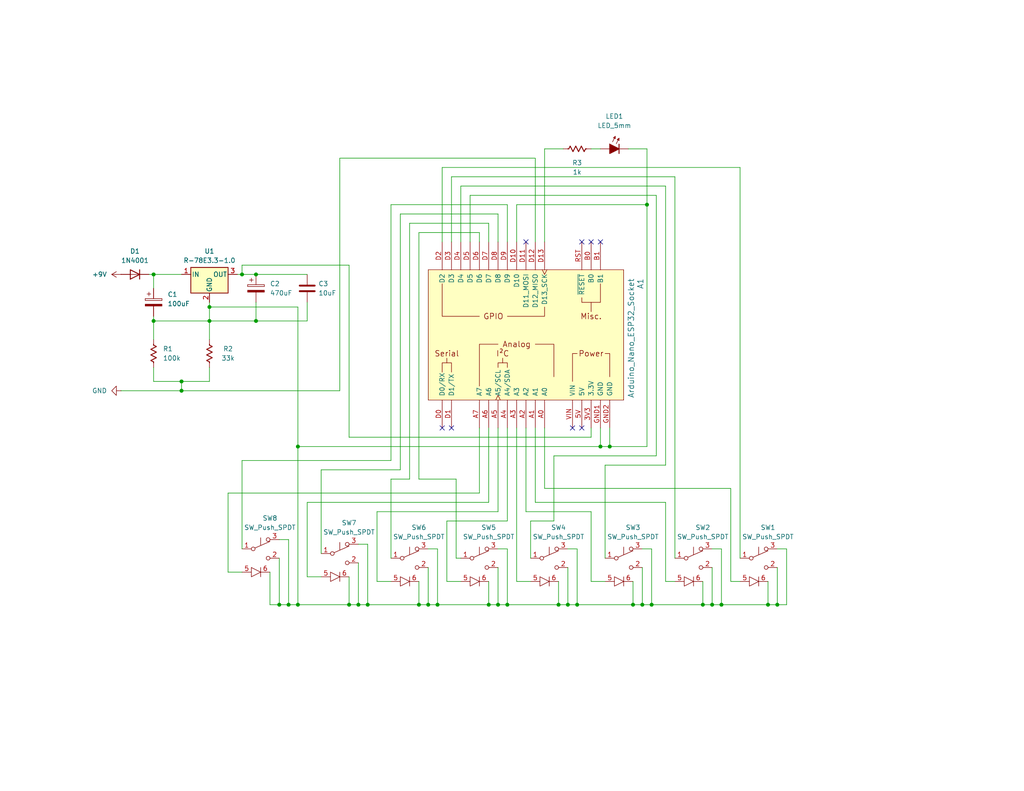
<source format=kicad_sch>
(kicad_sch (version 20231120) (generator "eeschema") (generator_version "8.0")
  (paper "USLetter")
  (title_block (title "Packet Commander (PATCOM)") (date "2025-07-23") (rev "Version 3.0") (company "Designed by Tyler Reckart"))
  (lib_symbols
    (symbol "Diode:1N4001" (pin_numbers hide) (pin_names hide)
      (property "Reference" "D" (at 0 2.54 0))
      (property "Value" "1N4001" (at 0 -2.54 0))
      (symbol "1N4001_0_1"
        (polyline (pts (xy -1.27 1.27) (xy -1.27 -1.27)) (stroke (width 0.254)))
        (polyline (pts (xy 1.27 0) (xy -1.27 0)))
        (polyline (pts (xy 1.27 1.27) (xy 1.27 -1.27) (xy -1.27 0) (xy 1.27 1.27)) (stroke (width 0.254)))
      )
      (symbol "1N4001_1_1"
        (pin passive line (at -3.81 0 0) (length 2.54) (name "K") (number "1"))
        (pin passive line (at 3.81 0 180) (length 2.54) (name "A") (number "2"))
      )
    )
    (symbol "PB_86_A1:SW_Push_SPDT" (pin_names (offset 0) hide)
      (property "Reference" "SW1" (at 0 7.62 0))
      (property "Value" "SW_Push_SPDT" (at 0 5.08 0))
      (symbol "SW_Push_SPDT_0_0"
        (circle (center -2.032 0) (radius 0.508))
        (polyline (pts (xy 0 1.016) (xy 0 3.048)))
        (circle (center 2.032 -2.54) (radius 0.508))
      )
      (symbol "SW_Push_SPDT_0_1"
        (polyline (pts (xy -1.524 0.254) (xy 2.54 2.032)))
        (polyline (pts (xy 0 -5.08) (xy 0 -7.62)))
        (polyline (pts (xy -2.54 -5.08) (xy -2.54 -7.62) (xy 0 -6.35) (xy -2.54 -5.08)))
        (circle (center 2.032 2.54) (radius 0.508))
      )
      (symbol "SW_Push_SPDT_1_1"
        (pin passive line (at -5.08 0 0) (length 2.54) (name "B") (number "1"))
        (pin passive line (at 5.08 -2.54 180) (length 2.54) (name "C") (number "2"))
        (pin passive line (at 5.08 2.54 180) (length 2.54) (name "A") (number "3"))
        (pin passive line (at -5.08 -6.35 0) (length 2.54) (name "LED+") (number "5"))
        (pin passive line (at 2.54 -6.35 180) (length 2.54) (name "LED-") (number "6"))
      )
    )
    (symbol "PCM_Capacitor_AKL:CP_Radial_D10.0mm_P5.00mm" (pin_numbers hide) (pin_names (offset 0.254))
      (property "Reference" "C" (at 0.635 2.54 0))
      (property "Value" "CP_Radial_D10.0mm_P5.00mm" (at 0.635 -2.54 0))
      (symbol "CP_Radial_D10.0mm_P5.00mm_0_1"
        (rectangle (start -2.286 1.016) (end 2.286 0.508))
        (polyline (pts (xy -1.778 2.286) (xy -0.762 2.286)))
        (polyline (pts (xy -1.27 2.794) (xy -1.27 1.778)))
        (rectangle (start 2.286 -0.508) (end -2.286 -1.016) (fill (type outline)))
      )
      (symbol "CP_Radial_D10.0mm_P5.00mm_0_2"
        (polyline (pts (xy -2.54 -2.54) (xy -0.6604 -0.6604)))
        (polyline (pts (xy 0 2.032) (xy 1.016 2.032)))
        (polyline (pts (xy 0.508 2.54) (xy 0.508 1.524)))
        (polyline (pts (xy 0.6604 0.6604) (xy 2.54 2.54)))
        (polyline (pts (xy -1.8796 0.6096) (xy 0.6096 -1.8796) (xy 0.9652 -1.524) (xy -1.524 0.9652) (xy -1.8796 0.6096)) (fill (type outline)))
        (polyline (pts (xy -0.9652 1.524) (xy 1.524 -0.9652) (xy 1.8796 -0.6096) (xy -0.6096 1.8796) (xy -0.9652 1.524)))
      )
      (symbol "CP_Radial_D10.0mm_P5.00mm_1_1"
        (pin passive line (at 0 3.81 270) (length 2.794) (name "~") (number "1"))
        (pin passive line (at 0 -3.81 90) (length 2.794) (name "~") (number "2"))
      )
      (symbol "CP_Radial_D10.0mm_P5.00mm_1_2"
        (pin passive line (at 2.54 2.54 270) (length 0) (name "~") (number "1"))
        (pin passive line (at -2.54 -2.54 90) (length 0) (name "~") (number "2"))
      )
    )
    (symbol "PCM_Capacitor_AKL:CP_Radial_D5.0mm_P2.00mm" (pin_numbers hide) (pin_names (offset 0.254))
      (property "Reference" "C" (at 0.635 2.54 0))
      (property "Value" "CP_Radial_D5.0mm_P2.00mm" (at 0.635 -2.54 0))
      (symbol "CP_Radial_D5.0mm_P2.00mm_0_1"
        (rectangle (start -2.286 1.016) (end 2.286 0.508))
        (polyline (pts (xy -1.778 2.286) (xy -0.762 2.286)))
        (polyline (pts (xy -1.27 2.794) (xy -1.27 1.778)))
        (rectangle (start 2.286 -0.508) (end -2.286 -1.016) (fill (type outline)))
      )
      (symbol "CP_Radial_D5.0mm_P2.00mm_0_2"
        (polyline (pts (xy -2.54 -2.54) (xy -0.6604 -0.6604)))
        (polyline (pts (xy 0 2.032) (xy 1.016 2.032)))
        (polyline (pts (xy 0.508 2.54) (xy 0.508 1.524)))
        (polyline (pts (xy 0.6604 0.6604) (xy 2.54 2.54)))
        (polyline (pts (xy -1.8796 0.6096) (xy 0.6096 -1.8796) (xy 0.9652 -1.524) (xy -1.524 0.9652) (xy -1.8796 0.6096)) (fill (type outline)))
        (polyline (pts (xy -0.9652 1.524) (xy 1.524 -0.9652) (xy 1.8796 -0.6096) (xy -0.6096 1.8796) (xy -0.9652 1.524)))
      )
      (symbol "CP_Radial_D5.0mm_P2.00mm_1_1"
        (pin passive line (at 0 3.81 270) (length 2.794) (name "~") (number "1"))
        (pin passive line (at 0 -3.81 90) (length 2.794) (name "~") (number "2"))
      )
      (symbol "CP_Radial_D5.0mm_P2.00mm_1_2"
        (pin passive line (at 2.54 2.54 270) (length 0) (name "~") (number "1"))
        (pin passive line (at -2.54 -2.54 90) (length 0) (name "~") (number "2"))
      )
    )
    (symbol "PCM_Capacitor_US_AKL:C_Disc_D5.0mm_W2.5mm_P5.00mm" (pin_numbers hide) (pin_names (offset 0.254))
      (property "Reference" "C" (at 0.635 2.54 0))
      (property "Value" "C_Disc_D5.0mm_W2.5mm_P5.00mm" (at 0.635 -2.54 0))
      (symbol "C_Disc_D5.0mm_W2.5mm_P5.00mm_0_1"
        (polyline (pts (xy -2.032 -0.762) (xy 2.032 -0.762)) (stroke (width 0.508)))
        (polyline (pts (xy -2.032 0.762) (xy 2.032 0.762)) (stroke (width 0.508)))
      )
      (symbol "C_Disc_D5.0mm_W2.5mm_P5.00mm_0_2"
        (polyline (pts (xy -2.54 -2.54) (xy -0.381 -0.381)))
        (polyline (pts (xy -0.508 -0.508) (xy -1.651 0.635)) (stroke (width 0.508)))
        (polyline (pts (xy -0.508 -0.508) (xy 0.635 -1.651)) (stroke (width 0.508)))
        (polyline (pts (xy 0.381 0.381) (xy 2.54 2.54)))
        (polyline (pts (xy 0.508 0.508) (xy -0.635 1.651)) (stroke (width 0.508)))
        (polyline (pts (xy 0.508 0.508) (xy 1.651 -0.635)) (stroke (width 0.508)))
      )
      (symbol "C_Disc_D5.0mm_W2.5mm_P5.00mm_1_1"
        (pin passive line (at 0 3.81 270) (length 2.794) (name "~") (number "1"))
        (pin passive line (at 0 -3.81 90) (length 2.794) (name "~") (number "2"))
      )
      (symbol "C_Disc_D5.0mm_W2.5mm_P5.00mm_1_2"
        (pin passive line (at 2.54 2.54 270) (length 0) (name "~") (number "1"))
        (pin passive line (at -2.54 -2.54 90) (length 0) (name "~") (number "2"))
      )
    )
    (symbol "PCM_LED_AKL:LED_5mm" (pin_numbers hide) (pin_names (offset 1.016) hide)
      (property "Reference" "LED" (at 0 7.62 0))
      (property "Value" "LED_5mm" (at 0 5.08 0))
      (symbol "LED_5mm_0_1"
        (polyline (pts (xy -0.508 1.905) (xy 0.254 3.429)) (stroke (width 0.1524)))
        (polyline (pts (xy 0 2.921) (xy -0.254 3.048)) (stroke (width 0.1524)))
        (polyline (pts (xy 0 2.921) (xy 0.254 2.794)) (stroke (width 0.1524)))
        (polyline (pts (xy 0.508 1.397) (xy 1.27 2.921)) (stroke (width 0.1524)))
        (polyline (pts (xy 1.016 2.413) (xy 0.762 2.54)) (stroke (width 0.1524)))
        (polyline (pts (xy 1.016 2.413) (xy 1.27 2.286)) (stroke (width 0.1524)))
        (polyline (pts (xy 1.27 0) (xy -1.27 0)))
        (polyline (pts (xy 1.27 1.27) (xy 1.27 -1.27)) (stroke (width 0.254)))
        (polyline (pts (xy -1.27 1.27) (xy -1.27 -1.27) (xy 1.27 0) (xy -1.27 1.27)) (stroke (width 0.254)) (fill (type outline)))
        (polyline (pts (xy 0.254 2.794) (xy -0.254 3.048) (xy 0.254 3.429) (xy 0.254 2.794)) (stroke (width 0.1524)) (fill (type outline)))
        (polyline (pts (xy 1.27 2.286) (xy 0.762 2.54) (xy 1.27 2.921) (xy 1.27 2.286)) (stroke (width 0.1524)) (fill (type outline)))
      )
      (symbol "LED_5mm_0_2"
        (polyline (pts (xy -2.54 -2.54) (xy 2.54 2.54)))
        (polyline (pts (xy -1.651 0.889) (xy -2.159 2.413)))
        (polyline (pts (xy -0.508 1.27) (xy -1.016 2.794)))
        (polyline (pts (xy 0 1.778) (xy 1.778 0)) (stroke (width 0.254)))
        (polyline (pts (xy -2.159 2.413) (xy -2.286 1.778) (xy -1.6764 1.9812) (xy -2.159 2.413)) (fill (type outline)))
        (polyline (pts (xy -1.016 2.794) (xy -1.143 2.159) (xy -0.5334 2.3622) (xy -1.016 2.794)) (fill (type outline)))
        (polyline (pts (xy -0.889 -0.889) (xy -1.778 0) (xy 0.889 0.889) (xy 0 -1.778) (xy -0.889 -0.889)) (stroke (width 0.254)) (fill (type outline)))
      )
      (symbol "LED_5mm_1_1"
        (pin passive line (at 3.81 0 180) (length 2.54) (name "K") (number "1"))
        (pin passive line (at -3.81 0 0) (length 2.54) (name "A") (number "2"))
      )
      (symbol "LED_5mm_1_2"
        (pin passive line (at 2.54 2.54 180) (length 0) (name "K") (number "1"))
        (pin passive line (at -2.54 -2.54 0) (length 0) (name "A") (number "2"))
      )
    )
    (symbol "PCM_Resistor_US_AKL:R_DIN0207_P10.16mm" (pin_numbers hide) (pin_names (offset 0))
      (property "Reference" "R" (at 2.54 1.27 0))
      (property "Value" "R_DIN0207_P10.16mm" (at 2.54 -1.27 0))
      (symbol "R_DIN0207_P10.16mm_0_1"
        (polyline (pts (xy 0 -2.286) (xy 0 -2.54)) (stroke (width 0.254)))
        (polyline (pts (xy 0 2.286) (xy 0 2.54)) (stroke (width 0.254)))
        (polyline (pts (xy 0 2.286) (xy 0.762 1.905) (xy -0.762 1.143) (xy 0 0.762) (xy 0.762 0.381) (xy 0 0) (xy -0.762 -0.381) (xy 0 -0.762) (xy 0.762 -1.143) (xy 0 -1.524) (xy -0.762 -1.905) (xy 0 -2.286)) (stroke (width 0.254)))
      )
      (symbol "R_DIN0207_P10.16mm_0_2"
        (polyline (pts (xy -2.54 -2.54) (xy -1.778 -1.778)))
        (polyline (pts (xy -1.778 -1.778) (xy -1.524 -1.524)) (stroke (width 0.254)))
        (polyline (pts (xy 1.778 1.778) (xy 1.524 1.524)) (stroke (width 0.254)))
        (polyline (pts (xy 1.778 1.778) (xy 2.54 2.54)))
        (polyline (pts (xy -1.524 -1.524) (xy -1.778 -0.762) (xy -1.016 -1.016)) (stroke (width 0.254)))
        (polyline (pts (xy -0.508 -0.508) (xy -0.762 0.254) (xy 0 0)) (stroke (width 0.254)))
        (polyline (pts (xy -0.508 -0.508) (xy -0.254 -1.27) (xy -1.016 -1.016)) (stroke (width 0.254)))
        (polyline (pts (xy 0.508 0.508) (xy 0.254 1.27) (xy 1.016 1.016)) (stroke (width 0.254)))
        (polyline (pts (xy 0.508 0.508) (xy 0.762 -0.254) (xy 0 0)) (stroke (width 0.254)))
        (polyline (pts (xy 1.524 1.524) (xy 1.778 0.762) (xy 1.016 1.016)) (stroke (width 0.254)))
      )
      (symbol "R_DIN0207_P10.16mm_1_1"
        (pin passive line (at 0 3.81 270) (length 1.27) (name "~") (number "1"))
        (pin passive line (at 0 -3.81 90) (length 1.27) (name "~") (number "2"))
      )
      (symbol "R_DIN0207_P10.16mm_1_2"
        (pin passive line (at 2.54 2.54 180) (length 0) (name "") (number "1"))
        (pin passive line (at -2.54 -2.54 0) (length 0) (name "") (number "2"))
      )
    )
    (symbol "PCM_arduino-library:Arduino_Nano_ESP32_Socket" (pin_names (offset 1.016))
      (property "Reference" "A" (at 0 33.02 0))
      (property "Value" "Arduino_Nano_ESP32_Socket" (at 0 29.21 0))
      (symbol "Arduino_Nano_ESP32_Socket_0_0"
        (rectangle (start -17.78 26.67) (end 17.78 -26.67) (fill (type background)))
        (polyline (pts (xy -7.62 6.35) (xy -6.35 6.35)))
        (polyline (pts (xy -7.62 21.59) (xy -6.35 21.59)))
        (polyline (pts (xy 8.89 -17.78) (xy 6.35 -17.78)))
        (polyline (pts (xy -11.43 -22.86) (xy -5.08 -22.86) (xy -5.08 -21.59)))
        (polyline (pts (xy -5.08 -13.97) (xy -5.08 -12.7) (xy -12.7 -12.7)))
        (polyline (pts (xy -10.16 22.86) (xy -7.62 22.86) (xy -7.62 20.32) (xy -10.16 20.32)))
        (polyline (pts (xy -8.89 7.62) (xy -7.62 7.62) (xy -7.62 5.08) (xy -8.89 5.08)))
        (text "Analog" (at -2.54 2.54 900) (effects (font (size 1.524 1.524))))
        (text "I²C" (at -5.08 6.35 900) (effects (font (size 1.524 1.524))))
        (text "Misc." (at 5.08 -17.78 900) (effects (font (size 1.524 1.524))))
        (text "Power" (at -5.08 -17.78 900) (effects (font (size 1.524 1.524))))
        (text "Serial" (at -5.08 21.59 900) (effects (font (size 1.524 1.524))))
      )
      (symbol "Arduino_Nano_ESP32_Socket_0_1"
        (polyline (pts (xy -13.97 12.7) (xy -2.54 12.7) (xy -2.54 7.62)))
        (polyline (pts (xy -11.43 -7.62) (xy -2.54 -7.62) (xy -2.54 -2.54)))
        (polyline (pts (xy 7.62 -5.08) (xy 5.08 -5.08) (xy 5.08 5.08)))
        (polyline (pts (xy 13.97 22.86) (xy 5.08 22.86) (xy 5.08 12.7)))
        (polyline (pts (xy 10.16 -15.24) (xy 8.89 -15.24) (xy 8.89 -20.32) (xy 13.97 -20.32)))
      )
      (symbol "Arduino_Nano_ESP32_Socket_1_0"
        (text "GPIO" (at 5.08 8.89 900) (effects (font (size 1.524 1.524))))
      )
      (symbol "Arduino_Nano_ESP32_Socket_1_1"
        (pin power_out line (at -25.4 -17.78 0) (length 7.62) (name "3.3V") (number "3V3"))
        (pin power_in line (at -25.4 -15.24 0) (length 7.62) (name "5V") (number "5V"))
        (pin bidirectional line (at -25.4 -5.08 0) (length 7.62) (name "A0") (number "A0"))
        (pin bidirectional line (at -25.4 -2.54 0) (length 7.62) (name "A1") (number "A1"))
        (pin bidirectional line (at -25.4 0 0) (length 7.62) (name "A2") (number "A2"))
        (pin bidirectional line (at -25.4 2.54 0) (length 7.62) (name "A3") (number "A3"))
        (pin bidirectional line (at -25.4 5.08 0) (length 7.62) (name "A4/SDA") (number "A4"))
        (pin bidirectional clock (at -25.4 7.62 0) (length 7.62) (name "A5/SCL") (number "A5"))
        (pin input line (at -25.4 10.16 0) (length 7.62) (name "A6") (number "A6"))
        (pin input line (at -25.4 12.7 0) (length 7.62) (name "A7") (number "A7"))
        (pin bidirectional line (at 25.4 -17.78 180) (length 7.62) (name "B0") (number "B0"))
        (pin bidirectional line (at 25.4 -20.32 180) (length 7.62) (name "B1") (number "B1"))
        (pin bidirectional line (at -25.4 22.86 0) (length 7.62) (name "D0/RX") (number "D0"))
        (pin bidirectional line (at -25.4 20.32 0) (length 7.62) (name "D1/TX") (number "D1"))
        (pin bidirectional line (at 25.4 2.54 180) (length 7.62) (name "D10") (number "D10"))
        (pin bidirectional line (at 25.4 0 180) (length 7.62) (name "D11_MOSI") (number "D11"))
        (pin bidirectional line (at 25.4 -2.54 180) (length 7.62) (name "D12_MISO") (number "D12"))
        (pin bidirectional clock (at 25.4 -5.08 180) (length 7.62) (name "D13_SCK") (number "D13"))
        (pin bidirectional line (at 25.4 22.86 180) (length 7.62) (name "D2") (number "D2"))
        (pin bidirectional line (at 25.4 20.32 180) (length 7.62) (name "D3") (number "D3"))
        (pin bidirectional line (at 25.4 17.78 180) (length 7.62) (name "D4") (number "D4"))
        (pin bidirectional line (at 25.4 15.24 180) (length 7.62) (name "D5") (number "D5"))
        (pin bidirectional line (at 25.4 12.7 180) (length 7.62) (name "D6") (number "D6"))
        (pin bidirectional line (at 25.4 10.16 180) (length 7.62) (name "D7") (number "D7"))
        (pin bidirectional line (at 25.4 7.62 180) (length 7.62) (name "D8") (number "D8"))
        (pin bidirectional line (at 25.4 5.08 180) (length 7.62) (name "D9") (number "D9"))
        (pin power_in line (at -25.4 -20.32 0) (length 7.62) (name "GND") (number "GND1"))
        (pin power_in line (at -25.4 -22.86 0) (length 7.62) (name "GND") (number "GND2"))
        (pin open_collector line (at 25.4 -15.24 180) (length 7.62) (name "~{RESET}") (number "RST"))
        (pin power_in line (at -25.4 -12.7 0) (length 7.62) (name "VIN") (number "VIN"))
      )
    )
    (symbol "Regulator_Switching:R-78E3.3-1.0" (pin_names (offset 0.254))
      (property "Reference" "U" (at -3.81 3.175 0))
      (property "Value" "R-78E3.3-1.0" (at 0 3.175 0))
      (symbol "R-78E3.3-1.0_0_1"
        (rectangle (start -5.08 1.905) (end 5.08 -5.08) (stroke (width 0.254)) (fill (type background)))
      )
      (symbol "R-78E3.3-1.0_1_1"
        (pin power_in line (at -7.62 0 0) (length 2.54) (name "IN") (number "1"))
        (pin power_in line (at 0 -7.62 90) (length 2.54) (name "GND") (number "2"))
        (pin power_out line (at 7.62 0 180) (length 2.54) (name "OUT") (number "3"))
      )
    )
    (symbol "power:+9V" (power) (pin_numbers hide) (pin_names (offset 0) hide)
      (property "Value" "+9V" (at 0 3.556 0))
      (symbol "+9V_0_1"
        (polyline (pts (xy -0.762 1.27) (xy 0 2.54)))
        (polyline (pts (xy 0 0) (xy 0 2.54)))
        (polyline (pts (xy 0 2.54) (xy 0.762 1.27)))
      )
      (symbol "+9V_1_1"
        (pin power_in line (at 0 0 90) (length 0) (name "~") (number "1"))
      )
    )
    (symbol "power:GND" (power) (pin_numbers hide) (pin_names (offset 0) hide)
      (property "Value" "GND" (at 0 -3.81 0))
      (symbol "GND_0_1"
        (polyline (pts (xy 0 0) (xy 0 -1.27) (xy 1.27 -1.27) (xy 0 -2.54) (xy -1.27 -1.27) (xy 0 -1.27)))
      )
      (symbol "GND_1_1"
        (pin power_in line (at 0 0 270) (length 0) (name "~") (number "1"))
      )
    )
  )
  (junction (at 135.89 165.1))
  (junction (at 49.53 104.14))
  (junction (at 81.28 165.1))
  (junction (at 69.85 87.63))
  (junction (at 191.77 165.1))
  (junction (at 57.15 87.63))
  (junction (at 175.26 165.1))
  (junction (at 100.33 165.1))
  (junction (at 152.4 165.1))
  (junction (at 163.83 121.92))
  (junction (at 176.53 55.88))
  (junction (at 66.04 74.93))
  (junction (at 138.43 165.1))
  (junction (at 133.35 165.1))
  (junction (at 116.84 165.1))
  (junction (at 69.85 74.93))
  (junction (at 81.28 121.92))
  (junction (at 97.79 165.1))
  (junction (at 41.91 74.93))
  (junction (at 154.94 165.1))
  (junction (at 196.85 165.1))
  (junction (at 95.25 165.1))
  (junction (at 49.53 106.68))
  (junction (at 78.74 165.1))
  (junction (at 172.72 165.1))
  (junction (at 166.37 121.92))
  (junction (at 41.91 87.63))
  (junction (at 119.38 165.1))
  (junction (at 114.3 165.1))
  (junction (at 157.48 165.1))
  (junction (at 209.55 165.1))
  (junction (at 212.09 165.1))
  (junction (at 177.8 165.1))
  (junction (at 76.2 165.1))
  (junction (at 57.15 83.82))
  (junction (at 194.31 165.1))
  (no_connect (at 163.83 66.04))
  (no_connect (at 123.19 116.84))
  (no_connect (at 156.21 116.84))
  (no_connect (at 158.75 66.04))
  (no_connect (at 158.75 116.84))
  (no_connect (at 143.51 66.04))
  (no_connect (at 120.65 116.84))
  (no_connect (at 161.29 66.04))
  (wire (pts (xy 73.66 156.21) (xy 73.66 165.1)))
  (wire (pts (xy 95.25 72.39) (xy 95.25 119.38)))
  (wire (pts (xy 41.91 86.36) (xy 41.91 87.63)))
  (wire (pts (xy 69.85 87.63) (xy 57.15 87.63)))
  (wire (pts (xy 66.04 74.93) (xy 69.85 74.93)))
  (wire (pts (xy 165.1 152.4) (xy 165.1 127)))
  (wire (pts (xy 194.31 149.86) (xy 196.85 149.86)))
  (wire (pts (xy 106.68 55.88) (xy 138.43 55.88)))
  (wire (pts (xy 201.93 45.72) (xy 201.93 152.4)))
  (wire (pts (xy 66.04 149.86) (xy 66.04 125.73)))
  (wire (pts (xy 157.48 149.86) (xy 157.48 165.1)))
  (wire (pts (xy 146.05 116.84) (xy 146.05 137.16)))
  (wire (pts (xy 140.97 66.04) (xy 140.97 55.88)))
  (wire (pts (xy 97.79 148.59) (xy 100.33 148.59)))
  (wire (pts (xy 81.28 121.92) (xy 163.83 121.92)))
  (wire (pts (xy 102.87 139.7) (xy 102.87 158.75)))
  (wire (pts (xy 95.25 119.38) (xy 161.29 119.38)))
  (wire (pts (xy 119.38 165.1) (xy 133.35 165.1)))
  (wire (pts (xy 133.35 165.1) (xy 135.89 165.1)))
  (wire (pts (xy 138.43 116.84) (xy 138.43 142.24)))
  (wire (pts (xy 119.38 165.1) (xy 116.84 165.1)))
  (wire (pts (xy 135.89 154.94) (xy 135.89 165.1)))
  (wire (pts (xy 179.07 53.34) (xy 128.27 53.34)))
  (wire (pts (xy 111.76 60.96) (xy 133.35 60.96)))
  (wire (pts (xy 165.1 127) (xy 181.61 127)))
  (wire (pts (xy 175.26 154.94) (xy 175.26 165.1)))
  (wire (pts (xy 161.29 158.75) (xy 165.1 158.75)))
  (wire (pts (xy 87.63 128.27) (xy 109.22 128.27)))
  (wire (pts (xy 135.89 116.84) (xy 135.89 139.7)))
  (wire (pts (xy 121.92 142.24) (xy 121.92 158.75)))
  (wire (pts (xy 116.84 149.86) (xy 119.38 149.86)))
  (wire (pts (xy 62.23 134.62) (xy 62.23 156.21)))
  (wire (pts (xy 130.81 116.84) (xy 130.81 134.62)))
  (wire (pts (xy 124.46 152.4) (xy 124.46 130.81)))
  (wire (pts (xy 100.33 165.1) (xy 97.79 165.1)))
  (wire (pts (xy 133.35 137.16) (xy 83.82 137.16)))
  (wire (pts (xy 154.94 149.86) (xy 157.48 149.86)))
  (wire (pts (xy 209.55 158.75) (xy 209.55 165.1)))
  (wire (pts (xy 100.33 165.1) (xy 114.3 165.1)))
  (wire (pts (xy 41.91 87.63) (xy 57.15 87.63)))
  (wire (pts (xy 135.89 149.86) (xy 138.43 149.86)))
  (wire (pts (xy 97.79 165.1) (xy 95.25 165.1)))
  (wire (pts (xy 166.37 116.84) (xy 166.37 121.92)))
  (wire (pts (xy 146.05 137.16) (xy 181.61 137.16)))
  (wire (pts (xy 143.51 139.7) (xy 161.29 139.7)))
  (wire (pts (xy 83.82 82.55) (xy 83.82 87.63)))
  (wire (pts (xy 49.53 106.68) (xy 33.02 106.68)))
  (wire (pts (xy 191.77 165.1) (xy 177.8 165.1)))
  (wire (pts (xy 138.43 149.86) (xy 138.43 165.1)))
  (wire (pts (xy 57.15 87.63) (xy 57.15 92.71)))
  (wire (pts (xy 161.29 139.7) (xy 161.29 158.75)))
  (wire (pts (xy 62.23 156.21) (xy 66.04 156.21)))
  (wire (pts (xy 106.68 125.73) (xy 106.68 55.88)))
  (wire (pts (xy 154.94 165.1) (xy 152.4 165.1)))
  (wire (pts (xy 199.39 158.75) (xy 201.93 158.75)))
  (wire (pts (xy 201.93 45.72) (xy 120.65 45.72)))
  (wire (pts (xy 181.61 127) (xy 181.61 50.8)))
  (wire (pts (xy 69.85 82.55) (xy 69.85 87.63)))
  (wire (pts (xy 172.72 158.75) (xy 172.72 165.1)))
  (wire (pts (xy 111.76 130.81) (xy 111.76 60.96)))
  (wire (pts (xy 123.19 48.26) (xy 123.19 66.04)))
  (wire (pts (xy 49.53 106.68) (xy 49.53 104.14)))
  (wire (pts (xy 194.31 165.1) (xy 191.77 165.1)))
  (wire (pts (xy 106.68 152.4) (xy 106.68 130.81)))
  (wire (pts (xy 133.35 60.96) (xy 133.35 66.04)))
  (wire (pts (xy 135.89 58.42) (xy 135.89 66.04)))
  (wire (pts (xy 140.97 55.88) (xy 176.53 55.88)))
  (wire (pts (xy 40.64 74.93) (xy 41.91 74.93)))
  (wire (pts (xy 121.92 158.75) (xy 125.73 158.75)))
  (wire (pts (xy 57.15 83.82) (xy 81.28 83.82)))
  (wire (pts (xy 109.22 128.27) (xy 109.22 58.42)))
  (wire (pts (xy 138.43 165.1) (xy 135.89 165.1)))
  (wire (pts (xy 133.35 116.84) (xy 133.35 137.16)))
  (wire (pts (xy 41.91 74.93) (xy 49.53 74.93)))
  (wire (pts (xy 78.74 165.1) (xy 76.2 165.1)))
  (wire (pts (xy 154.94 154.94) (xy 154.94 165.1)))
  (wire (pts (xy 151.13 142.24) (xy 151.13 124.46)))
  (wire (pts (xy 140.97 158.75) (xy 144.78 158.75)))
  (wire (pts (xy 64.77 74.93) (xy 66.04 74.93)))
  (wire (pts (xy 152.4 165.1) (xy 138.43 165.1)))
  (wire (pts (xy 177.8 149.86) (xy 177.8 165.1)))
  (wire (pts (xy 124.46 130.81) (xy 114.3 130.81)))
  (wire (pts (xy 92.71 43.18) (xy 92.71 106.68)))
  (wire (pts (xy 212.09 165.1) (xy 214.63 165.1)))
  (wire (pts (xy 41.91 87.63) (xy 41.91 92.71)))
  (wire (pts (xy 148.59 116.84) (xy 148.59 133.35)))
  (wire (pts (xy 176.53 40.64) (xy 176.53 55.88)))
  (wire (pts (xy 83.82 157.48) (xy 87.63 157.48)))
  (wire (pts (xy 76.2 147.32) (xy 78.74 147.32)))
  (wire (pts (xy 212.09 149.86) (xy 214.63 149.86)))
  (wire (pts (xy 175.26 149.86) (xy 177.8 149.86)))
  (wire (pts (xy 57.15 100.33) (xy 57.15 104.14)))
  (wire (pts (xy 57.15 83.82) (xy 57.15 82.55)))
  (wire (pts (xy 152.4 158.75) (xy 152.4 165.1)))
  (wire (pts (xy 171.45 40.64) (xy 176.53 40.64)))
  (wire (pts (xy 161.29 116.84) (xy 161.29 119.38)))
  (wire (pts (xy 194.31 165.1) (xy 196.85 165.1)))
  (wire (pts (xy 83.82 137.16) (xy 83.82 157.48)))
  (wire (pts (xy 181.61 50.8) (xy 125.73 50.8)))
  (wire (pts (xy 184.15 48.26) (xy 123.19 48.26)))
  (wire (pts (xy 87.63 151.13) (xy 87.63 128.27)))
  (wire (pts (xy 125.73 152.4) (xy 124.46 152.4)))
  (wire (pts (xy 196.85 165.1) (xy 209.55 165.1)))
  (wire (pts (xy 212.09 154.94) (xy 212.09 165.1)))
  (wire (pts (xy 119.38 149.86) (xy 119.38 165.1)))
  (wire (pts (xy 81.28 165.1) (xy 78.74 165.1)))
  (wire (pts (xy 78.74 147.32) (xy 78.74 165.1)))
  (wire (pts (xy 184.15 48.26) (xy 184.15 152.4)))
  (wire (pts (xy 175.26 165.1) (xy 172.72 165.1)))
  (wire (pts (xy 120.65 45.72) (xy 120.65 66.04)))
  (wire (pts (xy 130.81 134.62) (xy 62.23 134.62)))
  (wire (pts (xy 175.26 165.1) (xy 177.8 165.1)))
  (wire (pts (xy 172.72 165.1) (xy 157.48 165.1)))
  (wire (pts (xy 116.84 165.1) (xy 114.3 165.1)))
  (wire (pts (xy 146.05 43.18) (xy 146.05 66.04)))
  (wire (pts (xy 102.87 158.75) (xy 106.68 158.75)))
  (wire (pts (xy 143.51 116.84) (xy 143.51 139.7)))
  (wire (pts (xy 199.39 133.35) (xy 199.39 158.75)))
  (wire (pts (xy 41.91 104.14) (xy 49.53 104.14)))
  (wire (pts (xy 209.55 165.1) (xy 212.09 165.1)))
  (wire (pts (xy 97.79 153.67) (xy 97.79 165.1)))
  (wire (pts (xy 140.97 116.84) (xy 140.97 158.75)))
  (wire (pts (xy 76.2 152.4) (xy 76.2 165.1)))
  (wire (pts (xy 196.85 149.86) (xy 196.85 165.1)))
  (wire (pts (xy 135.89 139.7) (xy 102.87 139.7)))
  (wire (pts (xy 76.2 165.1) (xy 73.66 165.1)))
  (wire (pts (xy 114.3 130.81) (xy 114.3 63.5)))
  (wire (pts (xy 163.83 116.84) (xy 163.83 121.92)))
  (wire (pts (xy 157.48 165.1) (xy 154.94 165.1)))
  (wire (pts (xy 146.05 43.18) (xy 92.71 43.18)))
  (wire (pts (xy 176.53 55.88) (xy 176.53 121.92)))
  (wire (pts (xy 116.84 154.94) (xy 116.84 165.1)))
  (wire (pts (xy 57.15 83.82) (xy 57.15 87.63)))
  (wire (pts (xy 181.61 137.16) (xy 181.61 158.75)))
  (wire (pts (xy 95.25 157.48) (xy 95.25 165.1)))
  (wire (pts (xy 148.59 40.64) (xy 148.59 66.04)))
  (wire (pts (xy 95.25 165.1) (xy 81.28 165.1)))
  (wire (pts (xy 66.04 72.39) (xy 66.04 74.93)))
  (wire (pts (xy 138.43 55.88) (xy 138.43 66.04)))
  (wire (pts (xy 214.63 149.86) (xy 214.63 165.1)))
  (wire (pts (xy 81.28 83.82) (xy 81.28 121.92)))
  (wire (pts (xy 109.22 58.42) (xy 135.89 58.42)))
  (wire (pts (xy 100.33 148.59) (xy 100.33 165.1)))
  (wire (pts (xy 133.35 158.75) (xy 133.35 165.1)))
  (wire (pts (xy 130.81 63.5) (xy 130.81 66.04)))
  (wire (pts (xy 41.91 74.93) (xy 41.91 78.74)))
  (wire (pts (xy 49.53 104.14) (xy 57.15 104.14)))
  (wire (pts (xy 41.91 104.14) (xy 41.91 100.33)))
  (wire (pts (xy 69.85 74.93) (xy 83.82 74.93)))
  (wire (pts (xy 144.78 142.24) (xy 151.13 142.24)))
  (wire (pts (xy 148.59 133.35) (xy 199.39 133.35)))
  (wire (pts (xy 114.3 63.5) (xy 130.81 63.5)))
  (wire (pts (xy 114.3 158.75) (xy 114.3 165.1)))
  (wire (pts (xy 138.43 142.24) (xy 121.92 142.24)))
  (wire (pts (xy 176.53 121.92) (xy 166.37 121.92)))
  (wire (pts (xy 148.59 40.64) (xy 153.67 40.64)))
  (wire (pts (xy 179.07 124.46) (xy 179.07 53.34)))
  (wire (pts (xy 66.04 125.73) (xy 106.68 125.73)))
  (wire (pts (xy 95.25 72.39) (xy 66.04 72.39)))
  (wire (pts (xy 191.77 158.75) (xy 191.77 165.1)))
  (wire (pts (xy 194.31 154.94) (xy 194.31 165.1)))
  (wire (pts (xy 125.73 50.8) (xy 125.73 66.04)))
  (wire (pts (xy 92.71 106.68) (xy 49.53 106.68)))
  (wire (pts (xy 106.68 130.81) (xy 111.76 130.81)))
  (wire (pts (xy 69.85 87.63) (xy 83.82 87.63)))
  (wire (pts (xy 163.83 40.64) (xy 161.29 40.64)))
  (wire (pts (xy 151.13 124.46) (xy 179.07 124.46)))
  (wire (pts (xy 181.61 158.75) (xy 184.15 158.75)))
  (wire (pts (xy 81.28 121.92) (xy 81.28 165.1)))
  (wire (pts (xy 144.78 152.4) (xy 144.78 142.24)))
  (wire (pts (xy 128.27 53.34) (xy 128.27 66.04)))
  (wire (pts (xy 163.83 121.92) (xy 166.37 121.92)))
  (symbol (lib_id "PCM_Capacitor_AKL:CP_Radial_D5.0mm_P2.00mm") (at 41.91 82.55 0) (unit 1)
    (property "Reference" "C1" (at 45.72 80.3909 0) (effects (justify left)))
    (property "Value" "100uF" (at 45.72 82.9309 0) (effects (justify left)))
    (property "Footprint" "PCM_Capacitor_THT_AKL:CP_Radial_D5.0mm_P2.00mm" (effects (hide yes)))
    (property "Description" "THT Electrolytic Capacitor, 5.0mm Diameter, 2.00mm Pitch, European Symbol, Alternate KiCad Library" (effects (hide yes)))
  )
  (symbol (lib_id "PB_86_A1:SW_Push_SPDT") (at 189.23 152.4 0) (unit 1)
    (property "Reference" "SW2" (at 191.77 144.018 0))
    (property "Value" "SW_Push_SPDT" (at 191.77 146.558 0))
    (property "Footprint" "Button_Switch_THT:PB_86_A1" (effects (hide yes)))
    (property "Description" "Momentary Switch, single pole double throw" (effects (hide yes)))
  )
  (symbol (lib_id "PB_86_A1:SW_Push_SPDT") (at 149.86 152.4 0) (unit 1)
    (property "Reference" "SW4" (at 152.4 144.018 0))
    (property "Value" "SW_Push_SPDT" (at 152.4 146.558 0))
    (property "Footprint" "Button_Switch_THT:PB_86_A1" (effects (hide yes)))
    (property "Description" "Momentary Switch, single pole double throw" (effects (hide yes)))
  )
  (symbol (lib_id "Regulator_Switching:R-78E3.3-1.0") (at 57.15 74.93 0) (unit 1)
    (property "Reference" "U1" (at 57.15 68.58 0))
    (property "Value" "R-78E3.3-1.0" (at 57.15 71.12 0))
    (property "Footprint" "Converter_DCDC:Converter_DCDC_RECOM_R-78E-0.5_THT" (effects (hide yes)))
    (property "Datasheet" "https://www.recom-power.com/pdf/Innoline/R-78Exx-1.0.pdf" (effects (hide yes)))
    (property "Description" "1A Step-Down DC/DC-Regulator, 6-28V input, 3.3V fixed Output Voltage, LM78xx replacement, -40°C to +85°C, SIP3" (effects (hide yes)))
  )
  (symbol (lib_id "PB_86_A1:SW_Push_SPDT") (at 92.71 151.13 0) (unit 1)
    (property "Reference" "SW7" (at 95.25 142.748 0))
    (property "Value" "SW_Push_SPDT" (at 95.25 145.288 0))
    (property "Footprint" "Button_Switch_THT:PB_86_A1" (effects (hide yes)))
    (property "Description" "Momentary Switch, single pole double throw" (effects (hide yes)))
  )
  (symbol (lib_id "PCM_Capacitor_US_AKL:C_Disc_D5.0mm_W2.5mm_P5.00mm") (at 83.82 78.74 180) (unit 1)
    (property "Reference" "C3" (at 86.868 77.47 0) (effects (justify right)))
    (property "Value" "10uF" (at 86.868 80.01 0) (effects (justify right)))
    (property "Footprint" "PCM_Capacitor_THT_US_AKL:C_Disc_D5.0mm_W2.5mm_P5.00mm" (effects (hide yes)))
    (property "Description" "THT Ceramic Disc Capacitor, 5.0mm Diameter, 2.5mm Width, 5.00mm Pitch, Alternate KiCad Library" (effects (hide yes)))
  )
  (symbol (lib_id "power:GND") (at 33.02 106.68 270) (unit 1)
    (property "Reference" "#PWR02" (effects (hide yes)))
    (property "Value" "GND" (at 29.21 106.6799 90) (effects (justify right)))
    (property "Description" "Power symbol creates a global label with name \"GND\" , ground" (effects (hide yes)))
  )
  (symbol (lib_id "PCM_arduino-library:Arduino_Nano_ESP32_Socket") (at 143.51 91.44 90) (unit 1)
    (property "Reference" "A1" (at 174.752 75.946 0) (effects (font (size 1.524 1.524)) (justify right)))
    (property "Value" "Arduino_Nano_ESP32_Socket" (at 172.212 75.946 0) (effects (font (size 1.524 1.524)) (justify right)))
    (property "Footprint" "PCM_arduino-library:Arduino_Nano_ESP32_Socket" (effects (hide yes)))
    (property "Datasheet" "https://docs.arduino.cc/hardware/nano-esp32" (effects (hide yes)))
    (property "Description" "Socket for Arduino Nano ESP32" (effects (hide yes)))
  )
  (symbol (lib_id "PB_86_A1:SW_Push_SPDT") (at 207.01 152.4 0) (unit 1)
    (property "Reference" "SW1" (at 209.55 144.018 0))
    (property "Value" "SW_Push_SPDT" (at 209.55 146.558 0))
    (property "Footprint" "Button_Switch_THT:PB_86_A1" (effects (hide yes)))
    (property "Description" "Momentary Switch, single pole double throw" (effects (hide yes)))
  )
  (symbol (lib_id "PB_86_A1:SW_Push_SPDT") (at 111.76 152.4 0) (unit 1)
    (property "Reference" "SW6" (at 114.3 144.018 0))
    (property "Value" "SW_Push_SPDT" (at 114.3 146.558 0))
    (property "Footprint" "Button_Switch_THT:PB_86_A1" (effects (hide yes)))
    (property "Description" "Momentary Switch, single pole double throw" (effects (hide yes)))
  )
  (symbol (lib_id "PCM_Resistor_US_AKL:R_DIN0207_P10.16mm") (at 41.91 96.52 0) (unit 1)
    (property "Reference" "R1" (at 44.45 95.2499 0) (effects (justify left)))
    (property "Value" "100k" (at 44.45 97.7899 0) (effects (justify left)))
    (property "Footprint" "PCM_Resistor_THT_US_AKL:R_Axial_DIN0207_L6.3mm_D2.5mm_P10.16mm_Horizontal" (effects (hide yes)))
    (property "Description" "THT 0207 Resistor, 10.16mm Pin Pitch, US Symbol, Alternate KiCad Library" (effects (hide yes)))
  )
  (symbol (lib_id "PB_86_A1:SW_Push_SPDT") (at 170.18 152.4 0) (unit 1)
    (property "Reference" "SW3" (at 172.72 144.018 0))
    (property "Value" "SW_Push_SPDT" (at 172.72 146.558 0))
    (property "Footprint" "Button_Switch_THT:PB_86_A1" (effects (hide yes)))
    (property "Description" "Momentary Switch, single pole double throw" (effects (hide yes)))
  )
  (symbol (lib_id "PCM_Resistor_US_AKL:R_DIN0207_P10.16mm") (at 57.15 96.52 0) (unit 1)
    (property "Reference" "R2" (at 62.23 95.25 0))
    (property "Value" "33k" (at 62.23 97.79 0))
    (property "Footprint" "PCM_Resistor_THT_US_AKL:R_Axial_DIN0207_L6.3mm_D2.5mm_P10.16mm_Horizontal" (effects (hide yes)))
    (property "Description" "THT 0207 Resistor, 10.16mm Pin Pitch, US Symbol, Alternate KiCad Library" (effects (hide yes)))
  )
  (symbol (lib_id "power:+9V") (at 33.02 74.93 90) (unit 1)
    (property "Reference" "#PWR01" (effects (hide yes)))
    (property "Value" "+9V" (at 29.21 74.9299 90) (effects (justify left)))
    (property "Description" "Power symbol creates a global label with name \"+9V\"" (effects (hide yes)))
  )
  (symbol (lib_id "Diode:1N4001") (at 36.83 74.93 180) (unit 1)
    (property "Reference" "D1" (at 36.83 68.58 0))
    (property "Value" "1N4001" (at 36.83 71.12 0))
    (property "Footprint" "Diode_THT:D_DO-41_SOD81_P10.16mm_Horizontal" (effects (hide yes)))
    (property "Datasheet" "http://www.vishay.com/docs/88503/1n4001.pdf" (effects (hide yes)))
    (property "Description" "50V 1A General Purpose Rectifier Diode, DO-41" (effects (hide yes)))
    (property "Sim.Device" "D" (effects (hide yes)))
    (property "Sim.Pins" "1=K 2=A" (effects (hide yes)))
  )
  (symbol (lib_id "PCM_Capacitor_AKL:CP_Radial_D10.0mm_P5.00mm") (at 69.85 78.74 0) (unit 1)
    (property "Reference" "C2" (at 73.66 77.47 0) (effects (justify left)))
    (property "Value" "470uF" (at 73.66 80.01 0) (effects (justify left)))
    (property "Footprint" "PCM_Capacitor_THT_AKL:CP_Radial_D10.0mm_P5.00mm" (effects (hide yes)))
    (property "Description" "THT Electrolytic Capacitor, 10.0mm Diameter, 5.00mm Pitch, European Symbol, Alternate KiCad Library" (effects (hide yes)))
  )
  (symbol (lib_id "PCM_Resistor_US_AKL:R_DIN0207_P10.16mm") (at 157.48 40.64 270) (unit 1)
    (property "Reference" "R3" (at 157.48 44.45 90))
    (property "Value" "1k" (at 157.48 46.99 90))
    (property "Footprint" "PCM_Resistor_THT_US_AKL:R_Axial_DIN0207_L6.3mm_D2.5mm_P10.16mm_Horizontal" (effects (hide yes)))
    (property "Description" "THT 0207 Resistor, 10.16mm Pin Pitch, US Symbol, Alternate KiCad Library" (effects (hide yes)))
  )
  (symbol (lib_id "PB_86_A1:SW_Push_SPDT") (at 130.81 152.4 0) (unit 1)
    (property "Reference" "SW5" (at 133.35 144.018 0))
    (property "Value" "SW_Push_SPDT" (at 133.35 146.558 0))
    (property "Footprint" "Button_Switch_THT:PB_86_A1" (effects (hide yes)))
    (property "Description" "Momentary Switch, single pole double throw" (effects (hide yes)))
  )
  (symbol (lib_id "PB_86_A1:SW_Push_SPDT") (at 71.12 149.86 0) (unit 1)
    (property "Reference" "SW8" (at 73.66 141.478 0))
    (property "Value" "SW_Push_SPDT" (at 73.66 144.018 0))
    (property "Footprint" "Button_Switch_THT:PB_86_A1" (effects (hide yes)))
    (property "Description" "Momentary Switch, single pole double throw" (effects (hide yes)))
  )
  (symbol (lib_id "PCM_LED_AKL:LED_5mm") (at 167.64 40.64 0) (unit 1)
    (property "Reference" "LED1" (at 167.64 31.75 0))
    (property "Value" "LED_5mm" (at 167.64 34.29 0))
    (property "Footprint" "PCM_LED_THT_AKL:LED_D5.0mm" (effects (hide yes)))
    (property "Description" "LED, Generic 5mm THT, Alternate KiCad Library" (effects (hide yes)))
  )
)
</source>
